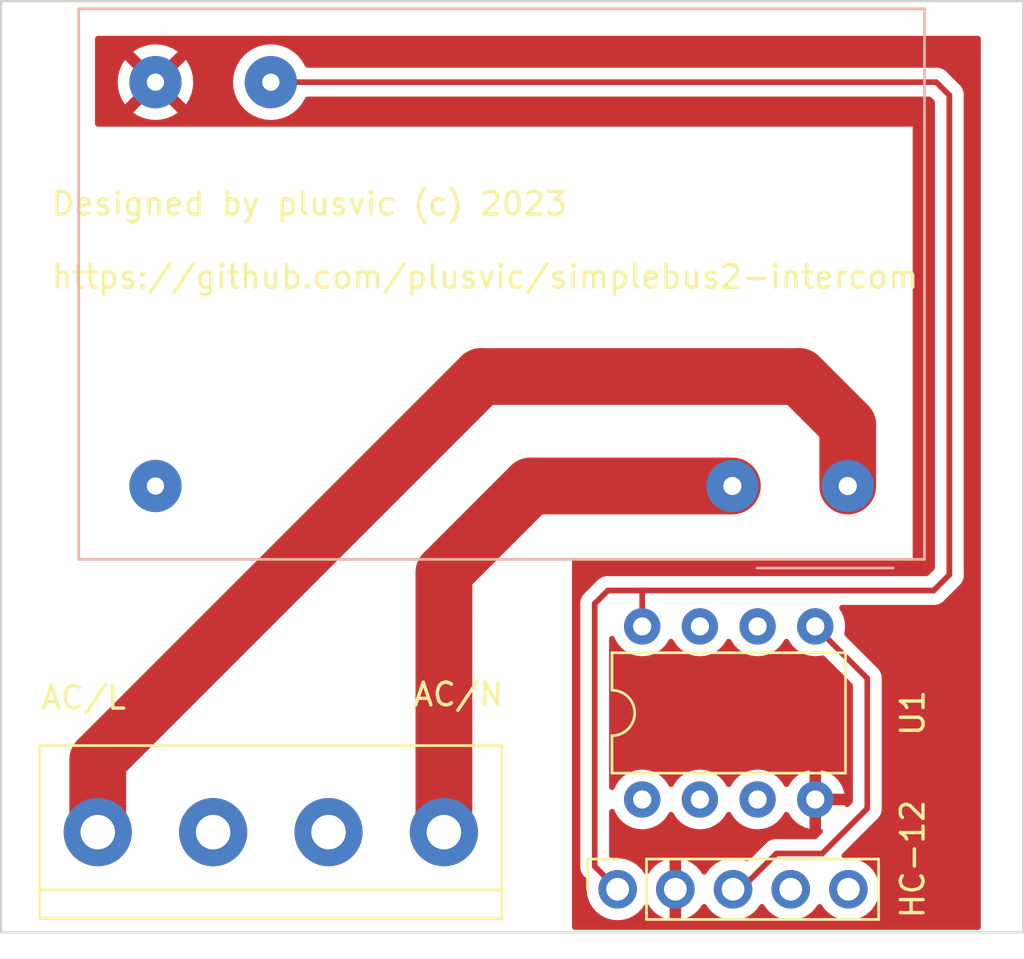
<source format=kicad_pcb>
(kicad_pcb (version 20211014) (generator pcbnew)
  (layers (0 "F.Cu" signal) (31 "B.Cu" signal) (34 "B.Paste" user) (35 "F.Paste" user) (36 "B.SilkS" user "B.Silkscreen") (37 "F.SilkS" user "F.Silkscreen") (38 "B.Mask" user) (39 "F.Mask" user) (44 "Edge.Cuts" user))
  (net 0 "")
  (net 4 "Net-(J1-Pad3)")
  (net 7 "Vcc")
  (net 8 "GND")
  (net 13 "Net-(J2-Pad4)")
  (net 14 "Net-(J2-Pad1)")
  (footprint "TerminalBlock:TerminalBlock_bornier-4_P5.08mm" (layer "F.Cu") (at 71.12 99.06)
    (fp_text reference "AC/L" (at -0.620482 -5.919188) (layer "F.SilkS"))
    (fp_text value "C1")
    (fp_line (start -2.54 -3.81) (end -2.54 3.81) (layer "F.SilkS") (width 0.12))
    (fp_line (start 17.78 2.54) (end -2.54 2.54) (layer "F.SilkS") (width 0.12))
    (fp_line (start -2.54 -3.81) (end 17.78 -3.81) (layer "F.SilkS") (width 0.12))
    (fp_line (start 17.78 3.81) (end 17.78 -3.81) (layer "F.SilkS") (width 0.12))
    (fp_line (start -2.54 3.81) (end 17.78 3.81) (layer "F.SilkS") (width 0.12))
    (pad "1" thru_hole circle (at 0 0) (size 3 3) (drill 1.52) (layers *.Cu *.Mask) (net 14 "Net-(J2-Pad1)"))
    (pad "2" thru_hole circle (at 5.08 0) (size 3 3) (drill 1.52) (layers *.Cu *.Mask))
    (pad "3" thru_hole circle (at 10.16 0) (size 3 3) (drill 1.52) (layers *.Cu *.Mask))
    (pad "4" thru_hole circle (at 15.24 0) (size 3 3) (drill 1.52) (layers *.Cu *.Mask) (net 13 "Net-(J2-Pad4)"))
  )
  (footprint "Connector_PinSocket_2.54mm:PinSocket_1x05_P2.54mm_Vertical" (layer "F.Cu") (at 94.01 101.575 90)
    (fp_text reference "HC-12" (at 1.33 12.99 90) (layer "F.SilkS"))
    (fp_text value "Conn_01x05_Female" hide)
    (fp_line (start 1.33 1.27) (end 1.33 11.49) (layer "F.SilkS") (width 0.12))
    (fp_line (start -1.33 1.27) (end 1.33 1.27) (layer "F.SilkS") (width 0.12))
    (fp_line (start 1.33 -1.33) (end 1.33 0) (layer "F.SilkS") (width 0.12))
    (fp_line (start -1.33 11.49) (end 1.33 11.49) (layer "F.SilkS") (width 0.12))
    (fp_line (start -1.33 1.27) (end -1.33 11.49) (layer "F.SilkS") (width 0.12))
    (fp_line (start 0 -1.33) (end 1.33 -1.33) (layer "F.SilkS") (width 0.12))
    (pad "1" thru_hole circle (at 0 0 90) (size 1.7 1.7) (drill 1) (layers *.Cu *.Mask) (net 7 "Vcc"))
    (pad "2" thru_hole oval (at 0 2.54 90) (size 1.7 1.7) (drill 1) (layers *.Cu *.Mask) (net 8 "GND"))
    (pad "3" thru_hole oval (at 0 5.08 90) (size 1.7 1.7) (drill 1) (layers *.Cu *.Mask) (net 4 "Net-(J1-Pad3)"))
    (pad "4" thru_hole oval (at 0 7.62 90) (size 1.7 1.7) (drill 1) (layers *.Cu *.Mask))
    (pad "5" thru_hole oval (at 0 10.16 90) (size 1.7 1.7) (drill 1) (layers *.Cu *.Mask))
  )
  (footprint "Package_DIP:DIP-8_W7.62mm" (layer "F.Cu") (at 95.09063 97.621602 90)
    (fp_text reference "U1" (at 3.81 11.90937 90) (layer "F.SilkS"))
    (fp_text value "ATtiny13" hide)
    (fp_line (start 1.16 -1.33) (end 1.16 8.95) (layer "F.SilkS") (width 0.12))
    (fp_line (start 6.46 -1.33) (end 4.81 -1.33) (layer "F.SilkS") (width 0.12))
    (fp_line (start 1.16 8.95) (end 6.46 8.95) (layer "F.SilkS") (width 0.12))
    (fp_line (start 2.81 -1.33) (end 1.16 -1.33) (layer "F.SilkS") (width 0.12))
    (fp_line (start 6.46 8.95) (end 6.46 -1.33) (layer "F.SilkS") (width 0.12))
    (fp_arc (start 4.81 -1.33) (mid 3.81 -0.33) (end 2.81 -1.33) (layer "F.SilkS") (width 0.12))
    (pad "1" thru_hole circle (at 0 0 90) (size 1.6 1.6) (drill 0.8) (layers *.Cu *.Mask))
    (pad "2" thru_hole oval (at 0 2.54 90) (size 1.6 1.6) (drill 0.8) (layers *.Cu *.Mask))
    (pad "3" thru_hole oval (at 0 5.08 90) (size 1.6 1.6) (drill 0.8) (layers *.Cu *.Mask))
    (pad "4" thru_hole oval (at 0 7.62 90) (size 1.6 1.6) (drill 0.8) (layers *.Cu *.Mask) (net 8 "GND"))
    (pad "5" thru_hole oval (at 7.62 7.62 90) (size 1.6 1.6) (drill 0.8) (layers *.Cu *.Mask) (net 4 "Net-(J1-Pad3)"))
    (pad "6" thru_hole oval (at 7.62 5.08 90) (size 1.6 1.6) (drill 0.8) (layers *.Cu *.Mask))
    (pad "7" thru_hole oval (at 7.62 2.54 90) (size 1.6 1.6) (drill 0.8) (layers *.Cu *.Mask))
    (pad "8" thru_hole oval (at 7.62 0 90) (size 1.6 1.6) (drill 0.8) (layers *.Cu *.Mask) (net 7 "Vcc"))
  )
  (footprint "Converter_ACDC:Converter_ACDC_MeanWell_IRM-03-xx_THT" (layer "B.Cu") (at 104.14 83.82 90)
    (fp_text reference "PS1" hide)
    (fp_text value "IRM-03-3.3")
    (fp_line (start -3.23 -33.86) (end 21.01 -33.86) (layer "B.SilkS") (width 0.12))
    (fp_line (start 21.01 3.38) (end -3.23 3.38) (layer "B.SilkS") (width 0.12))
    (fp_line (start -3.23 3.38) (end -3.23 -33.86) (layer "B.SilkS") (width 0.12))
    (fp_line (start -3.61 2) (end -3.61 -4) (layer "B.SilkS") (width 0.12))
    (fp_line (start 21.01 3.38) (end 21.01 -33.86) (layer "B.SilkS") (width 0.12))
    (pad "1" thru_hole circle locked (at 0 0 90) (size 2.3 2.3) (drill 0.8) (layers *.Cu *.Mask) (net 14 "Net-(J2-Pad1)"))
    (pad "3" thru_hole circle locked (at 0 -5.08 90) (size 2.3 2.3) (drill 0.8) (layers *.Cu *.Mask) (net 13 "Net-(J2-Pad4)"))
    (pad "5" thru_hole circle locked (at 0 -30.48 90) (size 2.3 2.3) (drill 0.76) (layers *.Cu *.Mask))
    (pad "14" thru_hole circle locked (at 17.78 -30.48 90) (size 2.3 2.3) (drill 0.76) (layers *.Cu *.Mask) (net 8 "GND"))
    (pad "16" thru_hole circle locked (at 17.78 -25.4 90) (size 2.3 2.3) (drill 0.76) (layers *.Cu *.Mask) (net 7 "Vcc"))
  )
  (gr_rect (start 66.865675 62.472213) (end 111.865675 103.472213) (layer "Edge.Cuts") (width 0.1) (fill none))
  (gr_text "AC/N" (at 87 93) (layer "F.SilkS") (effects (font (size 1 1))))
  (gr_text "Designed by plusvic (c) 2023\n\nhttps://github.com/plusvic/simplebus2-intercom" (at 69 73) (layer "F.SilkS") (effects (font (size 1 1)) (justify left)))
  (segment (start 105 92.290972) (end 105 98.018204) (width 0.25) (layer "F.Cu") (net 4))
  (segment (start 103.018204 100) (end 101 100) (width 0.25) (layer "F.Cu") (net 4))
  (segment (start 102.71063 90.001602) (end 105 92.290972) (width 0.25) (layer "F.Cu") (net 4))
  (segment (start 101 100) (end 99.425 101.575) (width 0.25) (layer "F.Cu") (net 4))
  (segment (start 105 98.018204) (end 103.018204 100) (width 0.25) (layer "F.Cu") (net 4))
  (segment (start 99.425 101.575) (end 99.09 101.575) (width 0.25) (layer "F.Cu") (net 4))
  (segment (start 78.74 66.04) (end 108.04 66.04) (width 0.25) (layer "F.Cu") (net 7))
  (segment (start 108.04 66.04) (end 108.612797 66.612797) (width 0.25) (layer "F.Cu") (net 7))
  (segment (start 93.578455 88.421545) (end 93 89) (width 0.25) (layer "F.Cu") (net 7))
  (segment (start 95.09063 88.421295) (end 95.09063 90.001602) (width 0.25) (layer "F.Cu") (net 7))
  (segment (start 95.09088 88.421545) (end 93.578455 88.421545) (width 0.25) (layer "F.Cu") (net 7))
  (segment (start 95.09088 88.421545) (end 95.09063 88.421295) (width 0.25) (layer "F.Cu") (net 7))
  (segment (start 107.924783 88.421545) (end 95.09088 88.421545) (width 0.25) (layer "F.Cu") (net 7))
  (segment (start 93 100.565) (end 94.01 101.575) (width 0.25) (layer "F.Cu") (net 7))
  (segment (start 108.612797 87.733531) (end 107.924783 88.421545) (width 0.25) (layer "F.Cu") (net 7))
  (segment (start 108.612797 66.612797) (end 108.612797 87.733531) (width 0.25) (layer "F.Cu") (net 7))
  (segment (start 93 89) (end 93 100.565) (width 0.25) (layer "F.Cu") (net 7))
  (segment (start 86.36 99.06) (end 86.36 87.64) (width 2.5) (layer "F.Cu") (net 13))
  (segment (start 86.36 87.64) (end 90.18 83.82) (width 2.5) (layer "F.Cu") (net 13))
  (segment (start 90.18 83.82) (end 99.06 83.82) (width 2.5) (layer "F.Cu") (net 13))
  (segment (start 102 79) (end 104.14 81.14) (width 2.5) (layer "F.Cu") (net 14))
  (segment (start 104.14 81.14) (end 104.14 83.82) (width 2.5) (layer "F.Cu") (net 14))
  (segment (start 71.12 99.06) (end 71.12 95.88) (width 2.5) (layer "F.Cu") (net 14))
  (segment (start 88 79) (end 102 79) (width 2.5) (layer "F.Cu") (net 14))
  (segment (start 71.12 95.88) (end 88 79) (width 2.5) (layer "F.Cu") (net 14))
  (zone (net 8) (net_name "GND") (layer "F.Cu") (connect_pads (clearance 0.508)) (min_thickness 0.254) (fill yes (thermal_gap 0.508) (thermal_bridge_width 0.508))
    (polygon (pts (xy 110.000001 103.36444) (xy 92.000001 103.36444) (xy 92 87) (xy 107 87) (xy 107 68) (xy 71 68) (xy 71 64) (xy 110 64)))
  )
)
</source>
